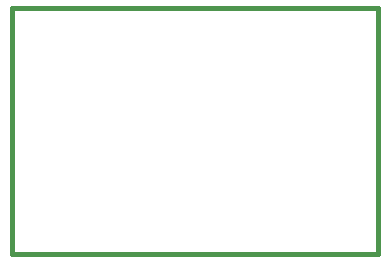
<source format=gbr>
G04 (created by PCBNEW-RS274X (2012-jan-04)-stable) date Sun 02 Sep 2012 01:17:06 AM CEST*
G01*
G70*
G90*
%MOIN*%
G04 Gerber Fmt 3.4, Leading zero omitted, Abs format*
%FSLAX34Y34*%
G04 APERTURE LIST*
%ADD10C,0.006000*%
%ADD11C,0.015000*%
G04 APERTURE END LIST*
G54D10*
G54D11*
X51400Y-41600D02*
X51400Y-33400D01*
X63600Y-41600D02*
X51400Y-41600D01*
X63600Y-33400D02*
X63600Y-41600D01*
X51400Y-33400D02*
X63600Y-33400D01*
M02*

</source>
